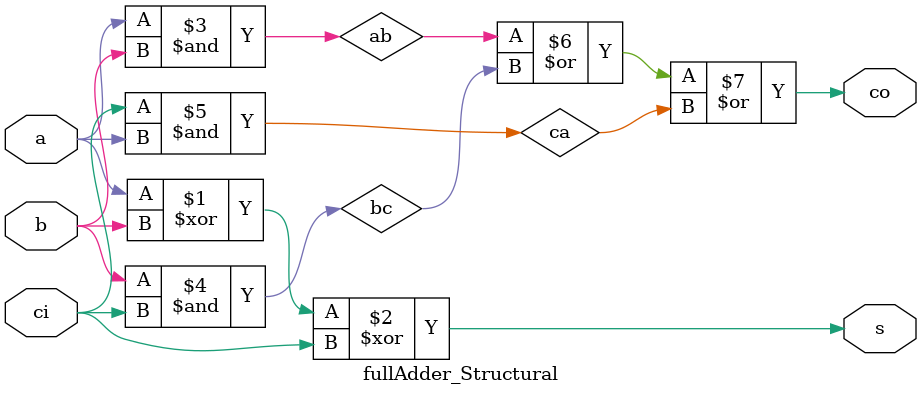
<source format=v>

`timescale 1ns / 1ps

module fullAdder_Structural(
    input   a, b, ci,       // A, B and Carry Input
    output  s, co);          // S and Carry Out
    
    wire ab, bc, ca;
    
    xor x1(s, a, b, ci);
    and a1(ab, a, b);
    and a2(bc, b, ci);
    and a3(ca, ci, a);
    or o1(co, ab, bc, ca);
    
endmodule

</source>
